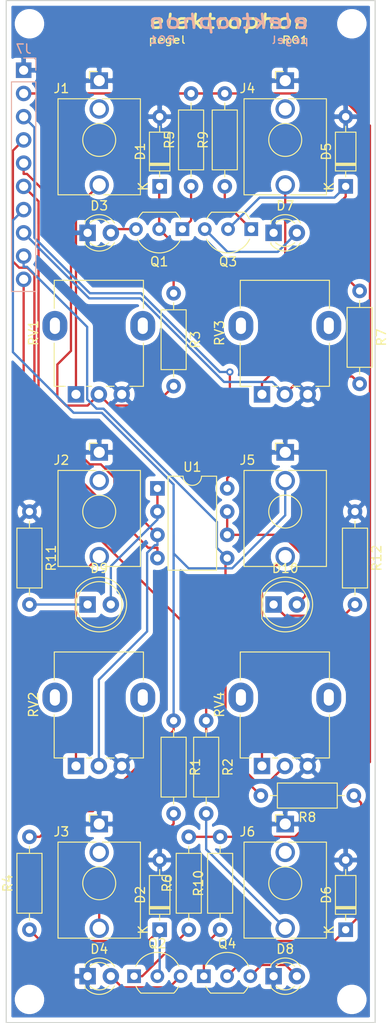
<source format=kicad_pcb>
(kicad_pcb (version 20171130) (host pcbnew 5.1.6-c6e7f7d~87~ubuntu20.04.1)
  (title_block (title kontrast) (date 2020-09-20) (rev 01) (comment 1 "PCB for panel") (comment 2 "voltage controlled attenuator and ring modulator") (comment 4 "License CC BY 4.0 - Attribution 4.0 International"))
  (layers (0 F.Cu signal) (31 B.Cu signal) (34 B.Paste user) (35 F.Paste user) (36 B.SilkS user) (37 F.SilkS user) (38 B.Mask user) (39 F.Mask user) (44 Edge.Cuts user))
  (net 0 "")
  (net 1 GND)
  (net 2 +15V)
  (net 3 "Net-(J1-PadT)")
  (net 4 "Net-(J3-PadT)")
  (net 5 -15V)
  (net 6 +5V)
  (net 7 "Net-(J2-PadT)")
  (net 8 "Net-(J4-PadT)")
  (net 9 "Net-(J6-PadT)")
  (net 10 "Net-(D1-Pad1)")
  (net 11 "Net-(D2-Pad1)")
  (net 12 "Net-(D3-Pad2)")
  (net 13 "Net-(D4-Pad2)")
  (net 14 "Net-(D5-Pad1)")
  (net 15 "Net-(D6-Pad1)")
  (net 16 "Net-(D7-Pad2)")
  (net 17 "Net-(D8-Pad2)")
  (net 18 "Net-(D9-Pad2)")
  (net 19 "Net-(D9-Pad1)")
  (net 20 "Net-(D10-Pad2)")
  (net 21 "Net-(D10-Pad1)")
  (net 22 "Net-(J1-PadTN)")
  (net 23 "Net-(J2-PadTN)")
  (net 24 "Net-(J3-PadTN)")
  (net 25 "Net-(J4-PadTN)")
  (net 26 OUT_a)
  (net 27 "Net-(J5-PadT)")
  (net 28 "Net-(J6-PadTN)")
  (net 29 OUT_b)
  (net 30 IN_2b)
  (net 31 IN_1b)
  (net 32 IN_2a)
  (net 33 IN_1a)
  (net 34 "Net-(Q1-Pad1)")
  (net 35 "Net-(Q2-Pad1)")
  (net 36 "Net-(Q3-Pad1)")
  (net 37 "Net-(Q4-Pad1)")
  (module LED_THT:LED_D5.0mm (layer F.Cu) (at 80.01 116.84)
    (fp_text reference D10 (at 1.27 -3.96) (layer F.SilkS))
    (fp_text value LED_Dual_2pin)
    (pad 2 thru_hole circle (at 2.54 0) (size 1.8 1.8) (drill 0.9) (layers *.Cu *.Mask) (net 20 "Net-(D10-Pad2)"))
    (pad 1 thru_hole rect (at 0 0) (size 1.8 1.8) (drill 0.9) (layers *.Cu *.Mask) (net 21 "Net-(D10-Pad1)"))
  )
  (module LED_THT:LED_D5.0mm (layer F.Cu) (at 59.69 116.84)
    (fp_text reference D9 (at 1.27 -3.96) (layer F.SilkS))
    (fp_text value LED_Dual_2pin)
    (pad 2 thru_hole circle (at 2.54 0) (size 1.8 1.8) (drill 0.9) (layers *.Cu *.Mask) (net 18 "Net-(D9-Pad2)"))
    (pad 1 thru_hole rect (at 0 0) (size 1.8 1.8) (drill 0.9) (layers *.Cu *.Mask) (net 19 "Net-(D9-Pad1)"))
  )
  (module Package_TO_SOT_THT:TO-92_Inline_Wide (layer F.Cu) (at 72.39 157.48)
    (fp_text reference Q4 (at 2.54 -3.56) (layer F.SilkS))
    (fp_text value BC550)
    (pad 1 thru_hole rect (at 0 0 90) (size 1.5 1.5) (drill 0.8) (layers *.Cu *.Mask) (net 37 "Net-(Q4-Pad1)"))
    (pad 3 thru_hole circle (at 5.08 0 90) (size 1.5 1.5) (drill 0.8) (layers *.Cu *.Mask) (net 17 "Net-(D8-Pad2)"))
    (pad 2 thru_hole circle (at 2.54 0 90) (size 1.5 1.5) (drill 0.8) (layers *.Cu *.Mask) (net 15 "Net-(D6-Pad1)"))
  )
  (module Package_TO_SOT_THT:TO-92_Inline_Wide (layer F.Cu) (at 77.5716 75.7936 180)
    (fp_text reference Q3 (at 2.54 -3.56) (layer F.SilkS))
    (fp_text value BC550)
    (pad 1 thru_hole rect (at 0 0 270) (size 1.5 1.5) (drill 0.8) (layers *.Cu *.Mask) (net 36 "Net-(Q3-Pad1)"))
    (pad 3 thru_hole circle (at 5.08 0 270) (size 1.5 1.5) (drill 0.8) (layers *.Cu *.Mask) (net 16 "Net-(D7-Pad2)"))
    (pad 2 thru_hole circle (at 2.54 0 270) (size 1.5 1.5) (drill 0.8) (layers *.Cu *.Mask) (net 14 "Net-(D5-Pad1)"))
  )
  (module Package_TO_SOT_THT:TO-92_Inline_Wide (layer F.Cu) (at 64.77 157.48)
    (fp_text reference Q2 (at 2.54 -3.56) (layer F.SilkS))
    (fp_text value BC550)
    (pad 1 thru_hole rect (at 0 0 90) (size 1.5 1.5) (drill 0.8) (layers *.Cu *.Mask) (net 35 "Net-(Q2-Pad1)"))
    (pad 3 thru_hole circle (at 5.08 0 90) (size 1.5 1.5) (drill 0.8) (layers *.Cu *.Mask) (net 13 "Net-(D4-Pad2)"))
    (pad 2 thru_hole circle (at 2.54 0 90) (size 1.5 1.5) (drill 0.8) (layers *.Cu *.Mask) (net 11 "Net-(D2-Pad1)"))
  )
  (module Package_TO_SOT_THT:TO-92_Inline_Wide (layer F.Cu) (at 70.0532 75.7936 180)
    (fp_text reference Q1 (at 2.54 -3.56) (layer F.SilkS))
    (fp_text value BC550)
    (pad 1 thru_hole rect (at 0 0 270) (size 1.5 1.5) (drill 0.8) (layers *.Cu *.Mask) (net 34 "Net-(Q1-Pad1)"))
    (pad 3 thru_hole circle (at 5.08 0 270) (size 1.5 1.5) (drill 0.8) (layers *.Cu *.Mask) (net 12 "Net-(D3-Pad2)"))
    (pad 2 thru_hole circle (at 2.54 0 270) (size 1.5 1.5) (drill 0.8) (layers *.Cu *.Mask) (net 10 "Net-(D1-Pad1)"))
  )
  (module MountingHole:MountingHole_2.2mm_M2 (layer F.Cu) (at 53.34 160.02)
    (fp_text reference REF** hide)
    (fp_text value MountingHole_2.2mm_M2 hide)
    (pad 1 np_thru_hole circle (at 0 0) (size 2.2 2.2) (drill 2.2) (layers *.Cu *.Mask))
  )
  (module MountingHole:MountingHole_2.2mm_M2 (layer F.Cu) (at 88.56 160.02)
    (fp_text reference REF** hide)
    (fp_text value MountingHole_2.2mm_M2 hide)
    (pad 1 np_thru_hole circle (at 0 0) (size 2.2 2.2) (drill 2.2) (layers *.Cu *.Mask))
  )
  (module MountingHole:MountingHole_2.2mm_M2 (layer F.Cu) (at 88.56 53.34)
    (fp_text reference REF** hide)
    (fp_text value MountingHole_2.2mm_M2 hide)
    (pad 1 np_thru_hole circle (at 0 0) (size 2.2 2.2) (drill 2.2) (layers *.Cu *.Mask))
  )
  (module MountingHole:MountingHole_2.2mm_M2 (layer F.Cu) (at 53.34 53.34)
    (fp_text reference REF** hide)
    (fp_text value MountingHole_2.2mm_M2 hide)
    (pad 1 np_thru_hole circle (at 0 0) (size 2.2 2.2) (drill 2.2) (layers *.Cu *.Mask))
  )
  (module Package_DIP:DIP-8_W7.62mm (layer F.Cu) (at 67.32 104.14)
    (fp_text reference U1 (at 3.81 -2.33) (layer F.SilkS))
    (fp_text value TL072)
    (pad 8 thru_hole oval (at 7.62 0) (size 1.6 1.6) (drill 0.8) (layers *.Cu *.Mask) (net 2 +15V))
    (pad 4 thru_hole oval (at 0 7.62) (size 1.6 1.6) (drill 0.8) (layers *.Cu *.Mask) (net 5 -15V))
    (pad 7 thru_hole oval (at 7.62 2.54) (size 1.6 1.6) (drill 0.8) (layers *.Cu *.Mask) (net 20 "Net-(D10-Pad2)"))
    (pad 3 thru_hole oval (at 0 5.08) (size 1.6 1.6) (drill 0.8) (layers *.Cu *.Mask) (net 32 IN_2a))
    (pad 6 thru_hole oval (at 7.62 5.08) (size 1.6 1.6) (drill 0.8) (layers *.Cu *.Mask) (net 20 "Net-(D10-Pad2)"))
    (pad 2 thru_hole oval (at 0 2.54) (size 1.6 1.6) (drill 0.8) (layers *.Cu *.Mask) (net 18 "Net-(D9-Pad2)"))
    (pad 5 thru_hole oval (at 7.62 7.62) (size 1.6 1.6) (drill 0.8) (layers *.Cu *.Mask) (net 30 IN_2b))
    (pad 1 thru_hole rect (at 0 0) (size 1.6 1.6) (drill 0.8) (layers *.Cu *.Mask) (net 18 "Net-(D9-Pad2)"))
  )
  (module Connector_PinHeader_2.54mm:PinHeader_1x10_P2.54mm_Vertical (layer B.Cu) (at 52.705 58.42 180)
    (fp_text reference J7 (at 0 2.33) (layer B.SilkS) (effects (justify mirror)))
    (fp_text value Conn_01x10_Male)
    (pad 10 thru_hole oval (at 0 -22.86 180) (size 1.7 1.7) (drill 1) (layers *.Cu *.Mask) (net 29 OUT_b))
    (pad 9 thru_hole oval (at 0 -20.32 180) (size 1.7 1.7) (drill 1) (layers *.Cu *.Mask) (net 30 IN_2b))
    (pad 8 thru_hole oval (at 0 -17.78 180) (size 1.7 1.7) (drill 1) (layers *.Cu *.Mask) (net 31 IN_1b))
    (pad 7 thru_hole oval (at 0 -15.24 180) (size 1.7 1.7) (drill 1) (layers *.Cu *.Mask) (net 26 OUT_a))
    (pad 6 thru_hole oval (at 0 -12.7 180) (size 1.7 1.7) (drill 1) (layers *.Cu *.Mask) (net 32 IN_2a))
    (pad 5 thru_hole oval (at 0 -10.16 180) (size 1.7 1.7) (drill 1) (layers *.Cu *.Mask) (net 33 IN_1a))
    (pad 4 thru_hole oval (at 0 -7.62 180) (size 1.7 1.7) (drill 1) (layers *.Cu *.Mask) (net 5 -15V))
    (pad 3 thru_hole oval (at 0 -5.08 180) (size 1.7 1.7) (drill 1) (layers *.Cu *.Mask) (net 2 +15V))
    (pad 2 thru_hole oval (at 0 -2.54 180) (size 1.7 1.7) (drill 1) (layers *.Cu *.Mask) (net 6 +5V))
    (pad 1 thru_hole rect (at 0 0 180) (size 1.7 1.7) (drill 1) (layers *.Cu *.Mask) (net 1 GND))
  )
  (module elektrophon:Potentiometer_Alpha_RD901F-40-00D_Single_Vertical (layer F.Cu) (at 81.28 127 90)
    (fp_text reference RV4 (at -0.79 -7.18 270) (layer F.SilkS))
    (fp_text value 100k)
    (pad "" thru_hole oval (at 0 -4.84 180) (size 2.72 3.24) (drill oval 1.1 1.8) (layers *.Cu *.Mask))
    (pad "" thru_hole oval (at 0 4.76 180) (size 2.72 3.24) (drill oval 1.1 1.8) (layers *.Cu *.Mask))
    (pad 3 thru_hole circle (at -7.5 2.46 180) (size 1.8 1.8) (drill 1) (layers *.Cu *.Mask) (net 1 GND))
    (pad 2 thru_hole circle (at -7.5 -0.04 180) (size 1.8 1.8) (drill 1) (layers *.Cu *.Mask) (net 30 IN_2b))
    (pad 1 thru_hole rect (at -7.5 -2.54 180) (size 1.8 1.8) (drill 1) (layers *.Cu *.Mask) (net 27 "Net-(J5-PadT)"))
  )
  (module elektrophon:Potentiometer_Alpha_RD901F-40-00D_Single_Vertical (layer F.Cu) (at 81.28 86.36 90)
    (fp_text reference RV3 (at -0.79 -7.18 270) (layer F.SilkS))
    (fp_text value 100k)
    (pad "" thru_hole oval (at 0 -4.84 180) (size 2.72 3.24) (drill oval 1.1 1.8) (layers *.Cu *.Mask))
    (pad "" thru_hole oval (at 0 4.76 180) (size 2.72 3.24) (drill oval 1.1 1.8) (layers *.Cu *.Mask))
    (pad 3 thru_hole circle (at -7.5 2.46 180) (size 1.8 1.8) (drill 1) (layers *.Cu *.Mask) (net 1 GND))
    (pad 2 thru_hole circle (at -7.5 -0.04 180) (size 1.8 1.8) (drill 1) (layers *.Cu *.Mask) (net 31 IN_1b))
    (pad 1 thru_hole rect (at -7.5 -2.54 180) (size 1.8 1.8) (drill 1) (layers *.Cu *.Mask) (net 8 "Net-(J4-PadT)"))
  )
  (module elektrophon:Potentiometer_Alpha_RD901F-40-00D_Single_Vertical (layer F.Cu) (at 60.96 127 90)
    (fp_text reference RV2 (at -0.79 -7.18 270) (layer F.SilkS))
    (fp_text value 100k)
    (pad "" thru_hole oval (at 0 -4.84 180) (size 2.72 3.24) (drill oval 1.1 1.8) (layers *.Cu *.Mask))
    (pad "" thru_hole oval (at 0 4.76 180) (size 2.72 3.24) (drill oval 1.1 1.8) (layers *.Cu *.Mask))
    (pad 3 thru_hole circle (at -7.5 2.46 180) (size 1.8 1.8) (drill 1) (layers *.Cu *.Mask) (net 1 GND))
    (pad 2 thru_hole circle (at -7.5 -0.04 180) (size 1.8 1.8) (drill 1) (layers *.Cu *.Mask) (net 32 IN_2a))
    (pad 1 thru_hole rect (at -7.5 -2.54 180) (size 1.8 1.8) (drill 1) (layers *.Cu *.Mask) (net 7 "Net-(J2-PadT)"))
  )
  (module elektrophon:Potentiometer_Alpha_RD901F-40-00D_Single_Vertical (layer F.Cu) (at 60.96 86.36 90)
    (fp_text reference RV1 (at -0.79 -7.18 270) (layer F.SilkS))
    (fp_text value 100k)
    (pad "" thru_hole oval (at 0 -4.84 180) (size 2.72 3.24) (drill oval 1.1 1.8) (layers *.Cu *.Mask))
    (pad "" thru_hole oval (at 0 4.76 180) (size 2.72 3.24) (drill oval 1.1 1.8) (layers *.Cu *.Mask))
    (pad 3 thru_hole circle (at -7.5 2.46 180) (size 1.8 1.8) (drill 1) (layers *.Cu *.Mask) (net 1 GND))
    (pad 2 thru_hole circle (at -7.5 -0.04 180) (size 1.8 1.8) (drill 1) (layers *.Cu *.Mask) (net 33 IN_1a))
    (pad 1 thru_hole rect (at -7.5 -2.54 180) (size 1.8 1.8) (drill 1) (layers *.Cu *.Mask) (net 3 "Net-(J1-PadT)"))
  )
  (module Resistor_THT:R_Axial_DIN0207_L6.3mm_D2.5mm_P10.16mm_Horizontal (layer F.Cu) (at 88.9 106.68 270)
    (fp_text reference R12 (at 5.08 -2.37 90) (layer F.SilkS))
    (fp_text value 490)
    (pad 2 thru_hole oval (at 10.16 0 270) (size 1.6 1.6) (drill 0.8) (layers *.Cu *.Mask) (net 21 "Net-(D10-Pad1)"))
    (pad 1 thru_hole circle (at 0 0 270) (size 1.6 1.6) (drill 0.8) (layers *.Cu *.Mask) (net 1 GND))
  )
  (module Resistor_THT:R_Axial_DIN0207_L6.3mm_D2.5mm_P10.16mm_Horizontal (layer F.Cu) (at 53.34 106.68 270)
    (fp_text reference R11 (at 5.08 -2.37 90) (layer F.SilkS))
    (fp_text value 490)
    (pad 2 thru_hole oval (at 10.16 0 270) (size 1.6 1.6) (drill 0.8) (layers *.Cu *.Mask) (net 19 "Net-(D9-Pad1)"))
    (pad 1 thru_hole circle (at 0 0 270) (size 1.6 1.6) (drill 0.8) (layers *.Cu *.Mask) (net 1 GND))
  )
  (module Resistor_THT:R_Axial_DIN0207_L6.3mm_D2.5mm_P10.16mm_Horizontal (layer F.Cu) (at 74.168 152.4 90)
    (fp_text reference R10 (at 5.08 -2.37 90) (layer F.SilkS))
    (fp_text value 5.6k)
    (pad 2 thru_hole oval (at 10.16 0 90) (size 1.6 1.6) (drill 0.8) (layers *.Cu *.Mask) (net 6 +5V))
    (pad 1 thru_hole circle (at 0 0 90) (size 1.6 1.6) (drill 0.8) (layers *.Cu *.Mask) (net 37 "Net-(Q4-Pad1)"))
  )
  (module Resistor_THT:R_Axial_DIN0207_L6.3mm_D2.5mm_P10.16mm_Horizontal (layer F.Cu) (at 74.676 71.12 90)
    (fp_text reference R9 (at 5.08 -2.37 90) (layer F.SilkS))
    (fp_text value 5.6k)
    (pad 2 thru_hole oval (at 10.16 0 90) (size 1.6 1.6) (drill 0.8) (layers *.Cu *.Mask) (net 6 +5V))
    (pad 1 thru_hole circle (at 0 0 90) (size 1.6 1.6) (drill 0.8) (layers *.Cu *.Mask) (net 36 "Net-(Q3-Pad1)"))
  )
  (module Resistor_THT:R_Axial_DIN0207_L6.3mm_D2.5mm_P10.16mm_Horizontal (layer F.Cu) (at 88.773 137.7315 180)
    (fp_text reference R8 (at 5.08 -2.37) (layer F.SilkS))
    (fp_text value 100k)
    (pad 2 thru_hole oval (at 10.16 0 180) (size 1.6 1.6) (drill 0.8) (layers *.Cu *.Mask) (net 29 OUT_b))
    (pad 1 thru_hole circle (at 0 0 180) (size 1.6 1.6) (drill 0.8) (layers *.Cu *.Mask) (net 15 "Net-(D6-Pad1)"))
  )
  (module Resistor_THT:R_Axial_DIN0207_L6.3mm_D2.5mm_P10.16mm_Horizontal (layer F.Cu) (at 89.408 82.55 270)
    (fp_text reference R7 (at 5.08 -2.37 90) (layer F.SilkS))
    (fp_text value 100k)
    (pad 2 thru_hole oval (at 10.16 0 270) (size 1.6 1.6) (drill 0.8) (layers *.Cu *.Mask) (net 31 IN_1b))
    (pad 1 thru_hole circle (at 0 0 270) (size 1.6 1.6) (drill 0.8) (layers *.Cu *.Mask) (net 14 "Net-(D5-Pad1)"))
  )
  (module Resistor_THT:R_Axial_DIN0207_L6.3mm_D2.5mm_P10.16mm_Horizontal (layer F.Cu) (at 70.741 152.4 90)
    (fp_text reference R6 (at 5.08 -2.37 90) (layer F.SilkS))
    (fp_text value 5.6k)
    (pad 2 thru_hole oval (at 10.16 0 90) (size 1.6 1.6) (drill 0.8) (layers *.Cu *.Mask) (net 6 +5V))
    (pad 1 thru_hole circle (at 0 0 90) (size 1.6 1.6) (drill 0.8) (layers *.Cu *.Mask) (net 35 "Net-(Q2-Pad1)"))
  )
  (module Resistor_THT:R_Axial_DIN0207_L6.3mm_D2.5mm_P10.16mm_Horizontal (layer F.Cu) (at 70.995 71.12 90)
    (fp_text reference R5 (at 5.08 -2.37 90) (layer F.SilkS))
    (fp_text value 5.6k)
    (pad 2 thru_hole oval (at 10.16 0 90) (size 1.6 1.6) (drill 0.8) (layers *.Cu *.Mask) (net 6 +5V))
    (pad 1 thru_hole circle (at 0 0 90) (size 1.6 1.6) (drill 0.8) (layers *.Cu *.Mask) (net 34 "Net-(Q1-Pad1)"))
  )
  (module Resistor_THT:R_Axial_DIN0207_L6.3mm_D2.5mm_P10.16mm_Horizontal (layer F.Cu) (at 53.34 152.4 90)
    (fp_text reference R4 (at 5.08 -2.37 90) (layer F.SilkS))
    (fp_text value 100k)
    (pad 2 thru_hole oval (at 10.16 0 90) (size 1.6 1.6) (drill 0.8) (layers *.Cu *.Mask) (net 26 OUT_a))
    (pad 1 thru_hole circle (at 0 0 90) (size 1.6 1.6) (drill 0.8) (layers *.Cu *.Mask) (net 11 "Net-(D2-Pad1)"))
  )
  (module Resistor_THT:R_Axial_DIN0207_L6.3mm_D2.5mm_P10.16mm_Horizontal (layer F.Cu) (at 69.088 82.804 270)
    (fp_text reference R3 (at 5.08 -2.37 90) (layer F.SilkS))
    (fp_text value 100k)
    (pad 2 thru_hole oval (at 10.16 0 270) (size 1.6 1.6) (drill 0.8) (layers *.Cu *.Mask) (net 33 IN_1a))
    (pad 1 thru_hole circle (at 0 0 270) (size 1.6 1.6) (drill 0.8) (layers *.Cu *.Mask) (net 10 "Net-(D1-Pad1)"))
  )
  (module Resistor_THT:R_Axial_DIN0207_L6.3mm_D2.5mm_P10.16mm_Horizontal (layer F.Cu) (at 72.644 129.54 270)
    (fp_text reference R2 (at 5.08 -2.37 90) (layer F.SilkS))
    (fp_text value 1k)
    (pad 2 thru_hole oval (at 10.16 0 270) (size 1.6 1.6) (drill 0.8) (layers *.Cu *.Mask) (net 9 "Net-(J6-PadT)"))
    (pad 1 thru_hole circle (at 0 0 270) (size 1.6 1.6) (drill 0.8) (layers *.Cu *.Mask) (net 29 OUT_b))
  )
  (module Resistor_THT:R_Axial_DIN0207_L6.3mm_D2.5mm_P10.16mm_Horizontal (layer F.Cu) (at 69.088 129.54 270)
    (fp_text reference R1 (at 5.08 -2.37 90) (layer F.SilkS))
    (fp_text value 1k)
    (pad 2 thru_hole oval (at 10.16 0 270) (size 1.6 1.6) (drill 0.8) (layers *.Cu *.Mask) (net 4 "Net-(J3-PadT)"))
    (pad 1 thru_hole circle (at 0 0 270) (size 1.6 1.6) (drill 0.8) (layers *.Cu *.Mask) (net 26 OUT_a))
  )
  (module elektrophon:Jack_3.5mm_WQP-PJ398SM_Vertical (layer F.Cu) (at 81.28 147.32)
    (fp_text reference J6 (at -4.13 -5.63) (layer F.SilkS))
    (fp_text value OUT_b)
    (pad TN thru_hole circle (at 0 -3.38 180) (size 2.13 2.13) (drill 1.42) (layers *.Cu *.Mask) (net 28 "Net-(J6-PadTN)"))
    (pad S thru_hole rect (at 0 -6.48 180) (size 1.93 1.83) (drill 1.22) (layers *.Cu *.Mask) (net 1 GND))
    (pad T thru_hole circle (at 0 4.92 180) (size 2.13 2.13) (drill 1.43) (layers *.Cu *.Mask) (net 9 "Net-(J6-PadT)"))
  )
  (module elektrophon:Jack_3.5mm_WQP-PJ398SM_Vertical (layer F.Cu) (at 81.28 106.68)
    (fp_text reference J5 (at -4.13 -5.63) (layer F.SilkS))
    (fp_text value IN_2b)
    (pad TN thru_hole circle (at 0 -3.38 180) (size 2.13 2.13) (drill 1.42) (layers *.Cu *.Mask) (net 26 OUT_a))
    (pad S thru_hole rect (at 0 -6.48 180) (size 1.93 1.83) (drill 1.22) (layers *.Cu *.Mask) (net 1 GND))
    (pad T thru_hole circle (at 0 4.92 180) (size 2.13 2.13) (drill 1.43) (layers *.Cu *.Mask) (net 27 "Net-(J5-PadT)"))
  )
  (module elektrophon:Jack_3.5mm_WQP-PJ398SM_Vertical (layer F.Cu) (at 81.28 66.04)
    (fp_text reference J4 (at -4.13 -5.63) (layer F.SilkS))
    (fp_text value IN_1b)
    (pad TN thru_hole circle (at 0 -3.38 180) (size 2.13 2.13) (drill 1.42) (layers *.Cu *.Mask) (net 25 "Net-(J4-PadTN)"))
    (pad S thru_hole rect (at 0 -6.48 180) (size 1.93 1.83) (drill 1.22) (layers *.Cu *.Mask) (net 1 GND))
    (pad T thru_hole circle (at 0 4.92 180) (size 2.13 2.13) (drill 1.43) (layers *.Cu *.Mask) (net 8 "Net-(J4-PadT)"))
  )
  (module elektrophon:Jack_3.5mm_WQP-PJ398SM_Vertical (layer F.Cu) (at 60.96 147.32)
    (fp_text reference J3 (at -4.13 -5.63) (layer F.SilkS))
    (fp_text value OUT_a)
    (pad TN thru_hole circle (at 0 -3.38 180) (size 2.13 2.13) (drill 1.42) (layers *.Cu *.Mask) (net 24 "Net-(J3-PadTN)"))
    (pad S thru_hole rect (at 0 -6.48 180) (size 1.93 1.83) (drill 1.22) (layers *.Cu *.Mask) (net 1 GND))
    (pad T thru_hole circle (at 0 4.92 180) (size 2.13 2.13) (drill 1.43) (layers *.Cu *.Mask) (net 4 "Net-(J3-PadT)"))
  )
  (module elektrophon:Jack_3.5mm_WQP-PJ398SM_Vertical (layer F.Cu) (at 60.96 106.68)
    (fp_text reference J2 (at -4.13 -5.63) (layer F.SilkS))
    (fp_text value IN_2a)
    (pad TN thru_hole circle (at 0 -3.38 180) (size 2.13 2.13) (drill 1.42) (layers *.Cu *.Mask) (net 23 "Net-(J2-PadTN)"))
    (pad S thru_hole rect (at 0 -6.48 180) (size 1.93 1.83) (drill 1.22) (layers *.Cu *.Mask) (net 1 GND))
    (pad T thru_hole circle (at 0 4.92 180) (size 2.13 2.13) (drill 1.43) (layers *.Cu *.Mask) (net 7 "Net-(J2-PadT)"))
  )
  (module elektrophon:Jack_3.5mm_WQP-PJ398SM_Vertical (layer F.Cu) (at 60.96 66.04)
    (fp_text reference J1 (at -4.13 -5.63) (layer F.SilkS))
    (fp_text value IN_1a)
    (pad TN thru_hole circle (at 0 -3.38 180) (size 2.13 2.13) (drill 1.42) (layers *.Cu *.Mask) (net 22 "Net-(J1-PadTN)"))
    (pad S thru_hole rect (at 0 -6.48 180) (size 1.93 1.83) (drill 1.22) (layers *.Cu *.Mask) (net 1 GND))
    (pad T thru_hole circle (at 0 4.92 180) (size 2.13 2.13) (drill 1.43) (layers *.Cu *.Mask) (net 3 "Net-(J1-PadT)"))
  )
  (module LED_THT:LED_D3.0mm (layer F.Cu) (at 80.01 157.48)
    (fp_text reference D8 (at 1.27 -2.96) (layer F.SilkS))
    (fp_text value WP710A10L)
    (pad 2 thru_hole circle (at 2.54 0) (size 1.8 1.8) (drill 0.9) (layers *.Cu *.Mask) (net 17 "Net-(D8-Pad2)"))
    (pad 1 thru_hole rect (at 0 0) (size 1.8 1.8) (drill 0.9) (layers *.Cu *.Mask) (net 1 GND))
  )
  (module LED_THT:LED_D3.0mm (layer F.Cu) (at 80.01 76.2)
    (fp_text reference D7 (at 1.27 -2.96) (layer F.SilkS))
    (fp_text value WP710A10L)
    (pad 2 thru_hole circle (at 2.54 0) (size 1.8 1.8) (drill 0.9) (layers *.Cu *.Mask) (net 16 "Net-(D7-Pad2)"))
    (pad 1 thru_hole rect (at 0 0) (size 1.8 1.8) (drill 0.9) (layers *.Cu *.Mask) (net 1 GND))
  )
  (module Diode_THT:D_DO-35_SOD27_P7.62mm_Horizontal (layer F.Cu) (at 87.884 152.4 90)
    (fp_text reference D6 (at 3.81 -2.12 90) (layer F.SilkS))
    (fp_text value 1N4148)
    (fp_text user K (at 0 -1.8 90) (layer F.SilkS))
    (pad 2 thru_hole oval (at 7.62 0 90) (size 1.6 1.6) (drill 0.8) (layers *.Cu *.Mask) (net 1 GND))
    (pad 1 thru_hole rect (at 0 0 90) (size 1.6 1.6) (drill 0.8) (layers *.Cu *.Mask) (net 15 "Net-(D6-Pad1)"))
  )
  (module Diode_THT:D_DO-35_SOD27_P7.62mm_Horizontal (layer F.Cu) (at 87.884 71.12 90)
    (fp_text reference D5 (at 3.81 -2.12 90) (layer F.SilkS))
    (fp_text value 1N4148)
    (fp_text user K (at 0 -1.8 90) (layer F.SilkS))
    (pad 2 thru_hole oval (at 7.62 0 90) (size 1.6 1.6) (drill 0.8) (layers *.Cu *.Mask) (net 1 GND))
    (pad 1 thru_hole rect (at 0 0 90) (size 1.6 1.6) (drill 0.8) (layers *.Cu *.Mask) (net 14 "Net-(D5-Pad1)"))
  )
  (module LED_THT:LED_D3.0mm (layer F.Cu) (at 59.69 157.48)
    (fp_text reference D4 (at 1.27 -2.96) (layer F.SilkS))
    (fp_text value WP710A10L)
    (pad 2 thru_hole circle (at 2.54 0) (size 1.8 1.8) (drill 0.9) (layers *.Cu *.Mask) (net 13 "Net-(D4-Pad2)"))
    (pad 1 thru_hole rect (at 0 0) (size 1.8 1.8) (drill 0.9) (layers *.Cu *.Mask) (net 1 GND))
  )
  (module LED_THT:LED_D3.0mm (layer F.Cu) (at 59.69 76.2)
    (fp_text reference D3 (at 1.27 -2.96) (layer F.SilkS))
    (fp_text value WP710A10L)
    (pad 2 thru_hole circle (at 2.54 0) (size 1.8 1.8) (drill 0.9) (layers *.Cu *.Mask) (net 12 "Net-(D3-Pad2)"))
    (pad 1 thru_hole rect (at 0 0) (size 1.8 1.8) (drill 0.9) (layers *.Cu *.Mask) (net 1 GND))
  )
  (module Diode_THT:D_DO-35_SOD27_P7.62mm_Horizontal (layer F.Cu) (at 67.564 152.4 90)
    (fp_text reference D2 (at 3.81 -2.12 90) (layer F.SilkS))
    (fp_text value 1N4148)
    (fp_text user K (at 0 -1.8 90) (layer F.SilkS))
    (pad 2 thru_hole oval (at 7.62 0 90) (size 1.6 1.6) (drill 0.8) (layers *.Cu *.Mask) (net 1 GND))
    (pad 1 thru_hole rect (at 0 0 90) (size 1.6 1.6) (drill 0.8) (layers *.Cu *.Mask) (net 11 "Net-(D2-Pad1)"))
  )
  (module Diode_THT:D_DO-35_SOD27_P7.62mm_Horizontal (layer F.Cu) (at 67.564 71.12 90)
    (fp_text reference D1 (at 3.81 -2.12 90) (layer F.SilkS))
    (fp_text value 1N4148)
    (fp_text user K (at 0 -1.8 90) (layer F.SilkS))
    (pad 2 thru_hole oval (at 7.62 0 90) (size 1.6 1.6) (drill 0.8) (layers *.Cu *.Mask) (net 1 GND))
    (pad 1 thru_hole rect (at 0 0 90) (size 1.6 1.6) (drill 0.8) (layers *.Cu *.Mask) (net 10 "Net-(D1-Pad1)"))
  )
  (module "elektrophon:elektrophon logo" (layer F.Cu) (at 75.1205 54.102)
    (fp_text reference REF** hide)
    (fp_text value "elektrophon logo" hide)
    (fp_text user pegel (at 8.84 1.02) (layer B.SilkS) (effects (font (size 0.8 1)) (justify left mirror)))
    (fp_text user R01 (at -8.83 1) (layer B.SilkS) (effects (font (size 0.8 1)) (justify right mirror)))
    (fp_text user elektrophon (at 0 -1.016) (layer B.SilkS) (effects (font (size 1.5 2) (thickness 0.3) italic) (justify mirror)))
    (fp_text user R01 (at 8.8 1.02) (layer F.SilkS) (effects (font (size 0.8 1)) (justify right)))
    (fp_text user pegel (at -8.88 1) (layer F.SilkS) (effects (font (size 0.8 1)) (justify left)))
    (fp_text user elektrophon (at 0 -1.016) (layer F.SilkS) (effects (font (size 1.5 2) (thickness 0.3) italic)))
  )
  (gr_line (start 91.1 50.8) (end 50.8 50.8) (layer Edge.Cuts) (width 0.12))
  (gr_line (start 91.1 162.56) (end 91.1 50.8) (layer Edge.Cuts) (width 0.12))
  (gr_line (start 50.8 162.56) (end 91.1 162.56) (layer Edge.Cuts) (width 0.12))
  (gr_line (start 50.8 50.8) (end 50.8 162.56) (layer Edge.Cuts) (width 0.12))
  (segment (start 74.94 104.14) (end 74.94 103.0147) (width 0.25) (layer F.Cu) (net 2))
  (segment (start 74.94 103.0147) (end 75.2304 102.7243) (width 0.25) (layer F.Cu) (net 2))
  (segment (start 75.2304 102.7243) (end 75.2304 91.4128) (width 0.25) (layer F.Cu) (net 2))
  (via (at 75.2304 91.4128) (size 0.8) (layers F.Cu B.Cu) (net 2))
  (segment (start 75.2304 91.4128) (end 74.1408 91.4128) (width 0.25) (layer B.Cu) (net 2))
  (segment (start 65.532 82.804) (end 59.944 82.804) (width 0.25) (layer B.Cu) (net 2))
  (segment (start 74.1408 91.4128) (end 65.532 82.804) (width 0.25) (layer B.Cu) (net 2))
  (segment (start 59.944 82.804) (end 53.8803 76.7403) (width 0.25) (layer B.Cu) (net 2))
  (segment (start 53.8803 64.6753) (end 52.705 63.5) (width 0.25) (layer B.Cu) (net 2))
  (segment (start 53.8803 67.5317) (end 53.8803 64.6753) (width 0.25) (layer B.Cu) (net 2))
  (segment (start 53.8803 76.7403) (end 53.8803 67.5317) (width 0.25) (layer B.Cu) (net 2))
  (segment (start 53.8803 67.5317) (end 53.8803 65.4832) (width 0.25) (layer B.Cu) (net 2))
  (segment (start 60.96 70.96) (end 58.42 73.5) (width 0.25) (layer F.Cu) (net 3))
  (segment (start 58.42 73.5) (end 58.42 93.86) (width 0.25) (layer F.Cu) (net 3))
  (segment (start 69.088 139.7) (end 69.088 140.8253) (width 0.25) (layer F.Cu) (net 4))
  (segment (start 60.96 152.24) (end 60.96 148.9533) (width 0.25) (layer F.Cu) (net 4))
  (segment (start 60.96 148.9533) (end 69.088 140.8253) (width 0.25) (layer F.Cu) (net 4))
  (segment (start 67.32 111.76) (end 67.32 110.6347) (width 0.25) (layer F.Cu) (net 5))
  (segment (start 67.32 110.6347) (end 66.3073 110.6347) (width 0.25) (layer F.Cu) (net 5))
  (segment (start 66.3073 110.6347) (end 53.8803 98.2077) (width 0.25) (layer F.Cu) (net 5))
  (segment (start 53.8803 98.2077) (end 53.8803 80.791) (width 0.25) (layer F.Cu) (net 5))
  (segment (start 53.8803 80.791) (end 53.0993 80.01) (width 0.25) (layer F.Cu) (net 5))
  (segment (start 53.0993 80.01) (end 52.2163 80.01) (width 0.25) (layer F.Cu) (net 5))
  (segment (start 52.2163 80.01) (end 51.5297 79.3234) (width 0.25) (layer F.Cu) (net 5))
  (segment (start 51.5297 67.2153) (end 52.705 66.04) (width 0.25) (layer F.Cu) (net 5))
  (segment (start 51.5297 69.3097) (end 51.5297 67.2153) (width 0.25) (layer F.Cu) (net 5))
  (segment (start 51.5297 79.3234) (end 51.5297 69.3097) (width 0.25) (layer F.Cu) (net 5))
  (segment (start 51.5297 69.3097) (end 51.5297 68.0232) (width 0.25) (layer F.Cu) (net 5))
  (segment (start 70.995 60.96) (end 74.676 60.96) (width 0.25) (layer F.Cu) (net 6))
  (segment (start 73.7923 142.24) (end 74.168 142.24) (width 0.25) (layer F.Cu) (net 6))
  (segment (start 70.741 142.24) (end 73.7923 142.24) (width 0.25) (layer F.Cu) (net 6))
  (segment (start 70.995 60.96) (end 52.705 60.96) (width 0.25) (layer F.Cu) (net 6))
  (segment (start 87.009002 60.96) (end 52.705 60.96) (width 0.25) (layer F.Cu) (net 6))
  (segment (start 90.533001 64.483999) (end 87.009002 60.96) (width 0.25) (layer F.Cu) (net 6))
  (segment (start 90.533001 134.052001) (end 90.533001 64.483999) (width 0.25) (layer F.Cu) (net 6))
  (segment (start 82.345002 142.24) (end 90.533001 134.052001) (width 0.25) (layer F.Cu) (net 6))
  (segment (start 74.168 142.24) (end 82.345002 142.24) (width 0.25) (layer F.Cu) (net 6))
  (segment (start 60.96 111.6) (end 58.42 114.14) (width 0.25) (layer F.Cu) (net 7))
  (segment (start 58.42 114.14) (end 58.42 134.5) (width 0.25) (layer F.Cu) (net 7))
  (segment (start 78.74 93.86) (end 78.74 92.6347) (width 0.25) (layer F.Cu) (net 8))
  (segment (start 81.28 70.96) (end 81.28 90.0947) (width 0.25) (layer F.Cu) (net 8))
  (segment (start 81.28 90.0947) (end 78.74 92.6347) (width 0.25) (layer F.Cu) (net 8))
  (segment (start 81.28 152.24) (end 72.644 143.604) (width 0.25) (layer B.Cu) (net 9))
  (segment (start 72.644 143.604) (end 72.644 139.7) (width 0.25) (layer B.Cu) (net 9))
  (segment (start 69.088 77.3684) (end 67.5132 75.7936) (width 0.25) (layer F.Cu) (net 10))
  (segment (start 69.088 82.804) (end 69.088 77.3684) (width 0.25) (layer F.Cu) (net 10))
  (segment (start 67.5132 71.1708) (end 67.564 71.12) (width 0.25) (layer F.Cu) (net 10))
  (segment (start 67.5132 75.7936) (end 67.5132 71.1708) (width 0.25) (layer F.Cu) (net 10))
  (segment (start 53.34 152.4) (end 54.570001 153.630001) (width 0.25) (layer F.Cu) (net 11))
  (segment (start 54.570001 153.630001) (end 63.031999 153.630001) (width 0.25) (layer F.Cu) (net 11))
  (segment (start 63.031999 153.630001) (end 64.015501 153.630001) (width 0.25) (layer F.Cu) (net 11))
  (segment (start 67.564 157.226) (end 67.31 157.48) (width 0.25) (layer B.Cu) (net 11))
  (segment (start 67.564 152.4) (end 67.564 157.226) (width 0.25) (layer B.Cu) (net 11))
  (segment (start 66.333999 153.630001) (end 67.564 152.4) (width 0.25) (layer F.Cu) (net 11))
  (segment (start 63.031999 153.630001) (end 66.333999 153.630001) (width 0.25) (layer F.Cu) (net 11))
  (segment (start 62.6364 75.7936) (end 62.23 76.2) (width 0.25) (layer F.Cu) (net 12))
  (segment (start 64.9732 75.7936) (end 62.6364 75.7936) (width 0.25) (layer F.Cu) (net 12))
  (segment (start 63.455001 158.705001) (end 62.23 157.48) (width 0.25) (layer F.Cu) (net 13))
  (segment (start 68.624999 158.705001) (end 63.455001 158.705001) (width 0.25) (layer F.Cu) (net 13))
  (segment (start 69.85 157.48) (end 68.624999 158.705001) (width 0.25) (layer F.Cu) (net 13))
  (segment (start 87.884 71.12) (end 87.884 72.2453) (width 0.25) (layer F.Cu) (net 14))
  (segment (start 87.884 72.2453) (end 87.63 72.4993) (width 0.25) (layer F.Cu) (net 14))
  (segment (start 87.63 72.4993) (end 87.63 76.2) (width 0.25) (layer F.Cu) (net 14))
  (segment (start 87.63 80.772) (end 89.408 82.55) (width 0.25) (layer F.Cu) (net 14))
  (segment (start 87.63 76.2) (end 87.63 80.772) (width 0.25) (layer F.Cu) (net 14))
  (segment (start 78.475199 72.350001) (end 75.0316 75.7936) (width 0.25) (layer B.Cu) (net 14))
  (segment (start 86.653999 72.350001) (end 78.475199 72.350001) (width 0.25) (layer B.Cu) (net 14))
  (segment (start 87.884 71.12) (end 86.653999 72.350001) (width 0.25) (layer B.Cu) (net 14))
  (segment (start 89.572999 150.711001) (end 87.884 152.4) (width 0.25) (layer F.Cu) (net 15))
  (segment (start 89.572999 138.531499) (end 89.572999 150.711001) (width 0.25) (layer F.Cu) (net 15))
  (segment (start 88.773 137.7315) (end 89.572999 138.531499) (width 0.25) (layer F.Cu) (net 15))
  (segment (start 78.779999 153.630001) (end 74.93 157.48) (width 0.25) (layer F.Cu) (net 15))
  (segment (start 86.653999 153.630001) (end 78.779999 153.630001) (width 0.25) (layer F.Cu) (net 15))
  (segment (start 87.884 152.4) (end 86.653999 153.630001) (width 0.25) (layer F.Cu) (net 15))
  (segment (start 82.55 76.2) (end 80.4672 78.2828) (width 0.25) (layer B.Cu) (net 16))
  (segment (start 74.9808 78.2828) (end 72.4916 75.7936) (width 0.25) (layer B.Cu) (net 16))
  (segment (start 80.4672 78.2828) (end 74.9808 78.2828) (width 0.25) (layer B.Cu) (net 16))
  (segment (start 78.695001 156.254999) (end 77.47 157.48) (width 0.25) (layer F.Cu) (net 17))
  (segment (start 81.324999 156.254999) (end 78.695001 156.254999) (width 0.25) (layer F.Cu) (net 17))
  (segment (start 82.55 157.48) (end 81.324999 156.254999) (width 0.25) (layer F.Cu) (net 17))
  (segment (start 67.32 104.14) (end 67.32 106.68) (width 0.25) (layer F.Cu) (net 18))
  (segment (start 62.23 112.644998) (end 62.23 116.84) (width 0.25) (layer B.Cu) (net 18))
  (segment (start 67.32 107.554998) (end 62.23 112.644998) (width 0.25) (layer B.Cu) (net 18))
  (segment (start 67.32 106.68) (end 67.32 107.554998) (width 0.25) (layer B.Cu) (net 18))
  (segment (start 53.34 116.84) (end 59.69 116.84) (width 0.25) (layer B.Cu) (net 19))
  (segment (start 74.94 109.22) (end 74.94 106.68) (width 0.25) (layer F.Cu) (net 20))
  (segment (start 83.449999 115.940001) (end 82.55 116.84) (width 0.25) (layer F.Cu) (net 20))
  (segment (start 83.449999 111.712797) (end 83.449999 115.940001) (width 0.25) (layer F.Cu) (net 20))
  (segment (start 80.957202 109.22) (end 83.449999 111.712797) (width 0.25) (layer F.Cu) (net 20))
  (segment (start 74.94 109.22) (end 80.957202 109.22) (width 0.25) (layer F.Cu) (net 20))
  (segment (start 87.674999 118.065001) (end 88.9 116.84) (width 0.25) (layer F.Cu) (net 21))
  (segment (start 81.235001 118.065001) (end 87.674999 118.065001) (width 0.25) (layer F.Cu) (net 21))
  (segment (start 80.01 116.84) (end 81.235001 118.065001) (width 0.25) (layer F.Cu) (net 21))
  (segment (start 69.088 129.54) (end 69.088 110.8759) (width 0.25) (layer B.Cu) (net 26))
  (segment (start 53.34 142.24) (end 54.4653 142.24) (width 0.25) (layer F.Cu) (net 26))
  (segment (start 69.088 129.54) (end 69.088 130.6047) (width 0.25) (layer F.Cu) (net 26))
  (segment (start 69.088 130.6047) (end 60.2608 139.4319) (width 0.25) (layer F.Cu) (net 26))
  (segment (start 60.2608 139.4319) (end 57.2734 139.4319) (width 0.25) (layer F.Cu) (net 26))
  (segment (start 57.2734 139.4319) (end 54.4653 142.24) (width 0.25) (layer F.Cu) (net 26))
  (segment (start 69.088 109.22) (end 69.088 111.252) (width 0.25) (layer B.Cu) (net 26))
  (segment (start 69.088 109.22) (end 69.088 112.776) (width 0.25) (layer B.Cu) (net 26))
  (segment (start 75.480001 112.885001) (end 81.28 107.085002) (width 0.25) (layer B.Cu) (net 26))
  (segment (start 81.28 107.085002) (end 81.28 103.3) (width 0.25) (layer B.Cu) (net 26))
  (segment (start 70.721001 112.885001) (end 75.480001 112.885001) (width 0.25) (layer B.Cu) (net 26))
  (segment (start 69.088 111.252) (end 70.721001 112.885001) (width 0.25) (layer B.Cu) (net 26))
  (segment (start 51.5297 74.8353) (end 52.705 73.66) (width 0.25) (layer B.Cu) (net 26))
  (segment (start 51.5297 76.9943) (end 51.5297 74.8353) (width 0.25) (layer B.Cu) (net 26))
  (segment (start 51.5297 76.9943) (end 51.5297 75.6432) (width 0.25) (layer B.Cu) (net 26))
  (segment (start 69.088 103.722998) (end 69.088 109.22) (width 0.25) (layer B.Cu) (net 26))
  (segment (start 61.242002 95.877) (end 69.088 103.722998) (width 0.25) (layer B.Cu) (net 26))
  (segment (start 58.1667 95.877) (end 61.242002 95.877) (width 0.25) (layer B.Cu) (net 26))
  (segment (start 51.5297 89.24) (end 58.1667 95.877) (width 0.25) (layer B.Cu) (net 26))
  (segment (start 51.5297 76.9943) (end 51.5297 89.24) (width 0.25) (layer B.Cu) (net 26))
  (segment (start 81.28 111.6) (end 78.74 114.14) (width 0.25) (layer F.Cu) (net 27))
  (segment (start 78.74 114.14) (end 78.74 134.5) (width 0.25) (layer F.Cu) (net 27))
  (segment (start 72.644 129.54) (end 72.644 121.3176) (width 0.25) (layer F.Cu) (net 29))
  (segment (start 72.644 121.3176) (end 52.705 101.3786) (width 0.25) (layer F.Cu) (net 29))
  (segment (start 52.705 101.3786) (end 52.705 81.28) (width 0.25) (layer F.Cu) (net 29))
  (segment (start 72.644 131.7625) (end 78.613 137.7315) (width 0.25) (layer F.Cu) (net 29))
  (segment (start 72.644 129.54) (end 72.644 131.7625) (width 0.25) (layer F.Cu) (net 29))
  (segment (start 59.6454 86.4884) (end 53.0723 79.9153) (width 0.25) (layer B.Cu) (net 30))
  (segment (start 53.0723 79.9153) (end 52.705 79.9153) (width 0.25) (layer B.Cu) (net 30))
  (segment (start 52.705 78.74) (end 52.705 79.9153) (width 0.25) (layer B.Cu) (net 30))
  (segment (start 81.24 134.5) (end 79.596 136.144) (width 0.25) (layer F.Cu) (net 30))
  (segment (start 74.75499 111.94501) (end 74.94 111.76) (width 0.25) (layer F.Cu) (net 30))
  (segment (start 74.75499 132.899992) (end 74.75499 111.94501) (width 0.25) (layer F.Cu) (net 30))
  (segment (start 77.998998 136.144) (end 74.75499 132.899992) (width 0.25) (layer F.Cu) (net 30))
  (segment (start 79.596 136.144) (end 77.998998 136.144) (width 0.25) (layer F.Cu) (net 30))
  (segment (start 59.6454 94.3218) (end 59.6454 92.2466) (width 0.25) (layer B.Cu) (net 30))
  (segment (start 59.6454 92.2466) (end 59.6454 86.4884) (width 0.25) (layer B.Cu) (net 30))
  (segment (start 73.814999 110.634999) (end 74.94 111.76) (width 0.25) (layer B.Cu) (net 30))
  (segment (start 73.814999 107.813586) (end 73.814999 110.634999) (width 0.25) (layer B.Cu) (net 30))
  (segment (start 61.428402 95.426989) (end 73.814999 107.813586) (width 0.25) (layer B.Cu) (net 30))
  (segment (start 60.673987 95.426989) (end 61.428402 95.426989) (width 0.25) (layer B.Cu) (net 30))
  (segment (start 59.6454 94.398402) (end 60.673987 95.426989) (width 0.25) (layer B.Cu) (net 30))
  (segment (start 59.6454 92.2466) (end 59.6454 94.398402) (width 0.25) (layer B.Cu) (net 30))
  (segment (start 52.705 76.201411) (end 52.705 76.2) (width 0.25) (layer B.Cu) (net 31))
  (segment (start 59.868289 83.3647) (end 52.705 76.201411) (width 0.25) (layer B.Cu) (net 31))
  (segment (start 79.8815 92.5015) (end 74.59309 92.5015) (width 0.25) (layer B.Cu) (net 31))
  (segment (start 81.24 93.86) (end 79.8815 92.5015) (width 0.25) (layer B.Cu) (net 31))
  (segment (start 65.45629 83.3647) (end 59.868289 83.3647) (width 0.25) (layer B.Cu) (net 31))
  (segment (start 74.59309 92.5015) (end 65.45629 83.3647) (width 0.25) (layer B.Cu) (net 31))
  (segment (start 83.189999 91.910001) (end 81.24 93.86) (width 0.25) (layer F.Cu) (net 31))
  (segment (start 88.608001 91.910001) (end 83.189999 91.910001) (width 0.25) (layer F.Cu) (net 31))
  (segment (start 89.408 92.71) (end 88.608001 91.910001) (width 0.25) (layer F.Cu) (net 31))
  (segment (start 61.1436 101.5157) (end 59.9344 101.5157) (width 0.25) (layer F.Cu) (net 32))
  (segment (start 59.9344 101.5157) (end 54.3306 95.9119) (width 0.25) (layer F.Cu) (net 32))
  (segment (start 67.32 109.22) (end 67.32 110.3453) (width 0.25) (layer B.Cu) (net 32))
  (segment (start 67.32 110.3453) (end 67.0386 110.3453) (width 0.25) (layer B.Cu) (net 32))
  (segment (start 67.0386 110.3453) (end 66.1947 111.1892) (width 0.25) (layer B.Cu) (net 32))
  (segment (start 66.1947 111.1892) (end 66.1947 119.7843) (width 0.25) (layer B.Cu) (net 32))
  (segment (start 66.1947 119.7843) (end 60.92 125.059) (width 0.25) (layer B.Cu) (net 32))
  (segment (start 60.92 125.059) (end 60.92 134.5) (width 0.25) (layer B.Cu) (net 32))
  (segment (start 54.3306 72.7456) (end 52.705 71.12) (width 0.25) (layer F.Cu) (net 32))
  (segment (start 54.3306 75.2094) (end 54.3306 72.7456) (width 0.25) (layer F.Cu) (net 32))
  (segment (start 54.3306 95.9119) (end 54.3306 75.2094) (width 0.25) (layer F.Cu) (net 32))
  (segment (start 54.3306 75.2094) (end 54.3306 73.5535) (width 0.25) (layer F.Cu) (net 32))
  (segment (start 62.61795 102.99005) (end 62.61795 104.51795) (width 0.25) (layer F.Cu) (net 32))
  (segment (start 62.61795 104.51795) (end 67.32 109.22) (width 0.25) (layer F.Cu) (net 32))
  (segment (start 62.61795 102.99005) (end 61.1436 101.5157) (width 0.25) (layer F.Cu) (net 32))
  (segment (start 52.705 69.7553) (end 52.705 68.58) (width 0.25) (layer F.Cu) (net 33))
  (segment (start 57.8727 74.5557) (end 53.0723 69.7553) (width 0.25) (layer F.Cu) (net 33))
  (segment (start 57.8727 89.111) (end 57.8727 74.5557) (width 0.25) (layer F.Cu) (net 33))
  (segment (start 56.388 94.1397) (end 56.388 90.5957) (width 0.25) (layer F.Cu) (net 33))
  (segment (start 57.3337 95.0854) (end 56.388 94.1397) (width 0.25) (layer F.Cu) (net 33))
  (segment (start 59.6946 95.0854) (end 57.3337 95.0854) (width 0.25) (layer F.Cu) (net 33))
  (segment (start 53.0723 69.7553) (end 52.705 69.7553) (width 0.25) (layer F.Cu) (net 33))
  (segment (start 56.388 90.5957) (end 57.8727 89.111) (width 0.25) (layer F.Cu) (net 33))
  (segment (start 60.92 93.86) (end 59.6946 95.0854) (width 0.25) (layer F.Cu) (net 33))
  (segment (start 66.966999 95.085001) (end 69.088 92.964) (width 0.25) (layer F.Cu) (net 33))
  (segment (start 62.145001 95.085001) (end 66.966999 95.085001) (width 0.25) (layer F.Cu) (net 33))
  (segment (start 60.92 93.86) (end 62.145001 95.085001) (width 0.25) (layer F.Cu) (net 33))
  (segment (start 70.995 74.8518) (end 70.0532 75.7936) (width 0.25) (layer F.Cu) (net 34))
  (segment (start 70.995 71.12) (end 70.995 74.8518) (width 0.25) (layer F.Cu) (net 34))
  (segment (start 65.661 157.48) (end 64.77 157.48) (width 0.25) (layer F.Cu) (net 35))
  (segment (start 70.741 152.4) (end 65.661 157.48) (width 0.25) (layer F.Cu) (net 35))
  (segment (start 74.676 72.898) (end 77.5716 75.7936) (width 0.25) (layer F.Cu) (net 36))
  (segment (start 74.676 71.12) (end 74.676 72.898) (width 0.25) (layer F.Cu) (net 36))
  (segment (start 72.39 154.178) (end 74.168 152.4) (width 0.25) (layer F.Cu) (net 37))
  (segment (start 72.39 157.48) (end 72.39 154.178) (width 0.25) (layer F.Cu) (net 37))
  (zone (net 1) (net_name GND) (layer B.Cu) (connect_pads (clearance 0.508)) (min_thickness 0.254) (fill yes (arc_segments 32) (thermal_gap 0.508) (thermal_bridge_width 0.508))
    (polygon (pts (xy 90.932 162.56) (xy 50.8 162.56) (xy 50.8 50.8) (xy 91.44 50.8)))
  )
)
</source>
